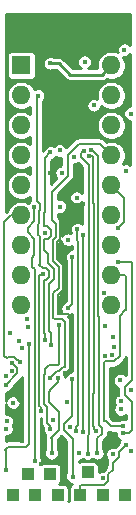
<source format=gbr>
G04 #@! TF.GenerationSoftware,KiCad,Pcbnew,5.1.5+dfsg1-2build2*
G04 #@! TF.CreationDate,2023-02-09T08:11:11+00:00*
G04 #@! TF.ProjectId,video-ram-replacement,76696465-6f2d-4726-916d-2d7265706c61,rev?*
G04 #@! TF.SameCoordinates,Original*
G04 #@! TF.FileFunction,Copper,L2,Inr*
G04 #@! TF.FilePolarity,Positive*
%FSLAX46Y46*%
G04 Gerber Fmt 4.6, Leading zero omitted, Abs format (unit mm)*
G04 Created by KiCad (PCBNEW 5.1.5+dfsg1-2build2) date 2023-02-09 08:11:11*
%MOMM*%
%LPD*%
G04 APERTURE LIST*
%ADD10R,1.000000X1.000000*%
%ADD11O,1.600000X1.600000*%
%ADD12R,1.600000X1.600000*%
%ADD13C,0.400000*%
%ADD14C,0.200000*%
%ADD15C,0.250000*%
%ADD16C,0.254000*%
G04 APERTURE END LIST*
D10*
X185166000Y-161163000D03*
X181991000Y-161290000D03*
X180721000Y-163068000D03*
X178816000Y-163068000D03*
X180086000Y-161290000D03*
X182626000Y-163068000D03*
X188341000Y-163068000D03*
X184531000Y-163068000D03*
X186436000Y-163068000D03*
D11*
X187176000Y-126732000D03*
X179556000Y-147052000D03*
X187176000Y-129272000D03*
X179556000Y-144512000D03*
X187176000Y-131812000D03*
X179556000Y-141972000D03*
X187176000Y-134352000D03*
X179556000Y-139432000D03*
X187176000Y-136892000D03*
X179556000Y-136892000D03*
X187176000Y-139432000D03*
X179556000Y-134352000D03*
X187176000Y-141972000D03*
X179556000Y-131812000D03*
X187176000Y-144512000D03*
X179556000Y-129272000D03*
X187176000Y-147052000D03*
D12*
X179556000Y-126732000D03*
D13*
X184912000Y-126431000D03*
X185688002Y-130110001D03*
X182979000Y-135813800D03*
X182245000Y-156718000D03*
X183388000Y-155270200D03*
X187336549Y-149744549D03*
X179367772Y-150056347D03*
X183885330Y-142911999D03*
X183482402Y-147308989D03*
X181229000Y-160477200D03*
X182803800Y-160477200D03*
X186791600Y-160477200D03*
X184912000Y-128331000D03*
X182894614Y-130028586D03*
X184759601Y-138455400D03*
X182019000Y-135813800D03*
X183289658Y-152766671D03*
X178725000Y-154432000D03*
X179625012Y-158496000D03*
X187725850Y-154598343D03*
X183668368Y-157356420D03*
X182753000Y-148709000D03*
X182019000Y-157556200D03*
X181188381Y-155969074D03*
X181406800Y-144399000D03*
X185434827Y-133859202D03*
X185978800Y-159577189D03*
X181991000Y-126558000D03*
X184191126Y-157650913D03*
X184302400Y-140597000D03*
X180675152Y-160246430D03*
X180670200Y-138734800D03*
X182829200Y-138684000D03*
X184404000Y-159577189D03*
X184785340Y-157734047D03*
X184759600Y-141097000D03*
X181559200Y-140893800D03*
X182803800Y-133934200D03*
X184835800Y-133967600D03*
X185168307Y-159593475D03*
X185877200Y-157657800D03*
X185293000Y-134442200D03*
X184048400Y-134467600D03*
X180175152Y-150360000D03*
X178225000Y-160990077D03*
X182644555Y-153215552D03*
X182118000Y-159577190D03*
X187291600Y-159639000D03*
X187235111Y-151218982D03*
X180975000Y-129286000D03*
X181575162Y-150021838D03*
X180092555Y-148850555D03*
X178725000Y-151910584D03*
X178225000Y-153810202D03*
X187368796Y-150578204D03*
X182094265Y-150396670D03*
X182008000Y-134097668D03*
X187776001Y-143383000D03*
X188160643Y-157888307D03*
X181991000Y-153162000D03*
X186640162Y-151296680D03*
X179470958Y-151869048D03*
X187776001Y-140471231D03*
X186574010Y-146013919D03*
X179578000Y-150622000D03*
X184234601Y-137930740D03*
X178725000Y-152570200D03*
X188404990Y-135636000D03*
X178225000Y-153035000D03*
X183515000Y-141498998D03*
X178625010Y-149352000D03*
X188805000Y-130810000D03*
X188160642Y-157288306D03*
X187904990Y-153403987D03*
X180018495Y-148217507D03*
X186628546Y-148778454D03*
X178861446Y-155275554D03*
X188805000Y-159385000D03*
X188290200Y-125399800D03*
X188805000Y-154178000D03*
X183885330Y-153266671D03*
X183896000Y-161544000D03*
X186436000Y-161671000D03*
X188404990Y-158859531D03*
X187983901Y-155857649D03*
X188004981Y-155129462D03*
X178308000Y-156845000D03*
X178275684Y-157498787D03*
D14*
X183885330Y-146906061D02*
X183482402Y-147308989D01*
X183885330Y-142911999D02*
X183885330Y-146906061D01*
D15*
X183214414Y-130028586D02*
X182894614Y-130028586D01*
X184912000Y-128331000D02*
X183214414Y-130028586D01*
D14*
X183653011Y-152403318D02*
X183289658Y-152766671D01*
X183653011Y-147966011D02*
X183653011Y-152403318D01*
X184759601Y-138455400D02*
X183870600Y-138455400D01*
X183870600Y-138455400D02*
X183329201Y-138996799D01*
X183329201Y-139336241D02*
X182859221Y-139806221D01*
X183329201Y-138996799D02*
X183329201Y-139336241D01*
X182859221Y-139806221D02*
X182859221Y-141465179D01*
X182859221Y-141465179D02*
X182604511Y-141719889D01*
X183106831Y-143661932D02*
X183106831Y-145753868D01*
X183495989Y-147808989D02*
X183653011Y-147966011D01*
X183106831Y-145753868D02*
X182675202Y-146185496D01*
X182604511Y-141719889D02*
X182604511Y-143159612D01*
X182604511Y-143159612D02*
X183106831Y-143661932D01*
X182675202Y-146185496D02*
X182675202Y-147750202D01*
X182675202Y-147750202D02*
X182733989Y-147808989D01*
X182733989Y-147808989D02*
X183495989Y-147808989D01*
X178924999Y-154631999D02*
X178725000Y-154432000D01*
X179570001Y-155277001D02*
X178924999Y-154631999D01*
X179570001Y-156240001D02*
X179570001Y-155277001D01*
X179570001Y-158440989D02*
X179625012Y-158496000D01*
X179570001Y-156240001D02*
X179570001Y-158440989D01*
X181744999Y-155677151D02*
X181744999Y-156972199D01*
X181744999Y-156972199D02*
X182019000Y-157246200D01*
X181475172Y-152957226D02*
X181475172Y-155407324D01*
X181567199Y-152865199D02*
X181475172Y-152957226D01*
X181567199Y-152413999D02*
X181567199Y-152865199D01*
X182019000Y-157246200D02*
X182019000Y-157556200D01*
X181475172Y-155407324D02*
X181744999Y-155677151D01*
X181880217Y-152100981D02*
X181567199Y-152413999D01*
X182753000Y-151997628D02*
X182649647Y-152100981D01*
X182649647Y-152100981D02*
X181880217Y-152100981D01*
X182753000Y-148709000D02*
X182753000Y-151997628D01*
X181188381Y-155686232D02*
X181075162Y-155573013D01*
X181188381Y-155969074D02*
X181188381Y-155686232D01*
X181075162Y-153210813D02*
X181075162Y-144449800D01*
X181356000Y-144449800D02*
X181406800Y-144399000D01*
X181075162Y-144449800D02*
X181356000Y-144449800D01*
X181075162Y-153210813D02*
X181075162Y-155575000D01*
X186074010Y-135324810D02*
X186059619Y-135310419D01*
X185558543Y-133859202D02*
X185434827Y-133859202D01*
X186074010Y-134374669D02*
X185558543Y-133859202D01*
X186074010Y-135324810D02*
X186074010Y-134374669D01*
X185978800Y-159635558D02*
X186004200Y-159660958D01*
X185978800Y-158296202D02*
X185978800Y-159635558D01*
X186377201Y-157417799D02*
X186377201Y-157897801D01*
X186117201Y-157157799D02*
X186377201Y-157417799D01*
X186117201Y-147991801D02*
X186117201Y-157157799D01*
X186074010Y-147948610D02*
X186117201Y-147991801D01*
X186377201Y-157897801D02*
X185978800Y-158296202D01*
X186074010Y-135324810D02*
X186074010Y-147948610D01*
D15*
X186376001Y-127531999D02*
X187176000Y-126732000D01*
X182716000Y-126558000D02*
X183689999Y-127531999D01*
X183689999Y-127531999D02*
X186376001Y-127531999D01*
X181991000Y-126558000D02*
X182716000Y-126558000D01*
D14*
X184385330Y-157173867D02*
X184191126Y-157368071D01*
X184385330Y-141655800D02*
X184385330Y-157173867D01*
X184259599Y-140639801D02*
X184259599Y-141530069D01*
X184191126Y-157368071D02*
X184191126Y-157650913D01*
X184259599Y-141530069D02*
X184385330Y-141655800D01*
X184302400Y-140597000D02*
X184259599Y-140639801D01*
X180675152Y-138739752D02*
X180670200Y-138734800D01*
X180675152Y-157884230D02*
X180675152Y-160246430D01*
X180670200Y-139945802D02*
X180084001Y-140532001D01*
X180670200Y-138734800D02*
X180670200Y-139945802D01*
X180084001Y-140532001D02*
X180084001Y-140871999D01*
X180656001Y-141443999D02*
X180656001Y-142812999D01*
X180084001Y-140871999D02*
X180656001Y-141443999D01*
X180675152Y-144003150D02*
X180675152Y-157884230D01*
X180467000Y-143794998D02*
X180675152Y-144003150D01*
X180467000Y-143002000D02*
X180467000Y-143794998D01*
X180656001Y-142812999D02*
X180467000Y-143002000D01*
X184785340Y-141122740D02*
X184759600Y-141097000D01*
X184785340Y-155371847D02*
X184785340Y-141122740D01*
X184785340Y-155371847D02*
X184785340Y-157734047D01*
X185168307Y-158091082D02*
X185168307Y-159593475D01*
X185285341Y-157974048D02*
X185168307Y-158091082D01*
X185285341Y-157494046D02*
X185285341Y-157974048D01*
X184635801Y-134525003D02*
X185259601Y-135148803D01*
X185259601Y-157468306D02*
X185285341Y-157494046D01*
X184635801Y-134167599D02*
X184635801Y-134525003D01*
X185259601Y-135148803D02*
X185259601Y-157468306D01*
X184835800Y-133967600D02*
X184635801Y-134167599D01*
X185750200Y-157530800D02*
X185877200Y-157657800D01*
X185685349Y-157530800D02*
X185750200Y-157530800D01*
X185685349Y-157328356D02*
X185685349Y-157530800D01*
X185659611Y-157302617D02*
X185685349Y-157328356D01*
X185659611Y-154446389D02*
X185659611Y-157302617D01*
X185674000Y-138404600D02*
X185674000Y-154432000D01*
X185674000Y-154432000D02*
X185659611Y-154446389D01*
X185659609Y-138390209D02*
X185674000Y-138404600D01*
X185659609Y-134525967D02*
X185659609Y-138390209D01*
X185575842Y-134442200D02*
X185659609Y-134525967D01*
X185293000Y-134442200D02*
X185575842Y-134442200D01*
X180175152Y-150360000D02*
X180175152Y-158787848D01*
X180175152Y-158787848D02*
X179959000Y-159004000D01*
X178435000Y-159004000D02*
X178181000Y-159258000D01*
X179959000Y-159004000D02*
X178435000Y-159004000D01*
X178225000Y-159302000D02*
X178225000Y-160990077D01*
X178181000Y-159258000D02*
X178225000Y-159302000D01*
X182118000Y-158286798D02*
X182118000Y-159577190D01*
X182745001Y-156111454D02*
X182745001Y-157570201D01*
X182073202Y-158242000D02*
X182118000Y-158286798D01*
X181875182Y-154420818D02*
X181875182Y-155241636D01*
X181964949Y-154331051D02*
X181875182Y-154420818D01*
X181964949Y-154178000D02*
X181964949Y-154331051D01*
X181875182Y-155241636D02*
X182745001Y-156111454D01*
X182644555Y-153498394D02*
X181964949Y-154178000D01*
X182745001Y-157570201D02*
X182073202Y-158242000D01*
X182644555Y-153215552D02*
X182644555Y-153498394D01*
X181575162Y-149451990D02*
X181475172Y-149352000D01*
X181475172Y-149352000D02*
X181475172Y-144899001D01*
X181906801Y-144158999D02*
X181638802Y-143891000D01*
X181906801Y-144639001D02*
X181906801Y-144158999D01*
X181646801Y-144899001D02*
X181906801Y-144639001D01*
X181475172Y-144899001D02*
X181646801Y-144899001D01*
X181356000Y-143891000D02*
X181075162Y-143610162D01*
X181638802Y-143891000D02*
X181356000Y-143891000D01*
X181075162Y-143610162D02*
X181102000Y-143583324D01*
X181102000Y-143583324D02*
X181102000Y-141478000D01*
X180975000Y-140206701D02*
X181070210Y-140111491D01*
X180975000Y-141049602D02*
X180975000Y-140206701D01*
X181102000Y-141176602D02*
X180975000Y-141049602D01*
X181102000Y-141478000D02*
X181102000Y-141176602D01*
X181170201Y-138494799D02*
X180851402Y-138176000D01*
X181170201Y-138974801D02*
X181170201Y-138494799D01*
X181070210Y-139074792D02*
X181170201Y-138974801D01*
X181070210Y-140111491D02*
X181070210Y-139074792D01*
X180851402Y-129409598D02*
X180975000Y-129286000D01*
X180851402Y-138176000D02*
X180851402Y-129409598D01*
X181575162Y-150021838D02*
X181575162Y-149451990D01*
X180086000Y-148857110D02*
X180092555Y-148850555D01*
X178805386Y-151910584D02*
X178725000Y-151910584D01*
X179225001Y-152330199D02*
X178805386Y-151910584D01*
X179225001Y-152810201D02*
X179225001Y-152330199D01*
X178225000Y-153810202D02*
X179225001Y-152810201D01*
X182094265Y-150396670D02*
X182094265Y-149405394D01*
X182094265Y-149405394D02*
X181875182Y-149186311D01*
X181875182Y-149186311D02*
X181975172Y-149286301D01*
X182306811Y-143993310D02*
X181804491Y-143490990D01*
X182306811Y-144804690D02*
X182306811Y-143993310D01*
X181875182Y-145236319D02*
X182306811Y-144804690D01*
X181875182Y-148571184D02*
X181875182Y-145236319D01*
X181804491Y-142688491D02*
X181502010Y-142386010D01*
X181804491Y-143490990D02*
X181804491Y-142688491D01*
X181502010Y-142386010D02*
X181502010Y-141393801D01*
X181799201Y-141393801D02*
X182059201Y-141133801D01*
X181502010Y-141393801D02*
X181799201Y-141393801D01*
X182059201Y-140653799D02*
X181740402Y-140335000D01*
X182059201Y-141133801D02*
X182059201Y-140653799D01*
X181740402Y-140335000D02*
X181483000Y-140335000D01*
X181483000Y-140208000D02*
X181470220Y-140195220D01*
X181483000Y-140335000D02*
X181483000Y-140208000D01*
X181570211Y-139140490D02*
X181570211Y-138329111D01*
X181470220Y-139240481D02*
X181570211Y-139140490D01*
X181470220Y-140195220D02*
X181470220Y-139240481D01*
X181518999Y-134586669D02*
X182008000Y-134097668D01*
X181518999Y-138277899D02*
X181518999Y-134586669D01*
X181570211Y-138329111D02*
X181518999Y-138277899D01*
X181875182Y-149186311D02*
X181875182Y-148590000D01*
X188904990Y-155242928D02*
X188904990Y-157634010D01*
X188304999Y-154642937D02*
X188904990Y-155242928D01*
X188904990Y-153338008D02*
X188304999Y-153937999D01*
X188904990Y-143438990D02*
X188904990Y-153338008D01*
X188849000Y-143383000D02*
X188904990Y-143438990D01*
X188304999Y-153937999D02*
X188304999Y-154642937D01*
X187776001Y-143383000D02*
X188849000Y-143383000D01*
X188650693Y-157888307D02*
X188160643Y-157888307D01*
X188904990Y-157634010D02*
X188650693Y-157888307D01*
X183049657Y-152266670D02*
X182753000Y-152563327D01*
X183253001Y-152237630D02*
X183223961Y-152266670D01*
X183253001Y-148468999D02*
X183253001Y-152237630D01*
X182993001Y-148208999D02*
X183253001Y-148468999D01*
X182275192Y-148112190D02*
X182372001Y-148208999D01*
X183223961Y-152266670D02*
X183049657Y-152266670D01*
X182275192Y-146019808D02*
X182275192Y-148112190D01*
X187176000Y-134344000D02*
X186191201Y-133359201D01*
X183479001Y-136053801D02*
X182118000Y-137414802D01*
X182118000Y-137414802D02*
X182118000Y-139827000D01*
X184416797Y-133359201D02*
X183479001Y-134296997D01*
X183479001Y-134296997D02*
X183479001Y-136053801D01*
X187176000Y-134352000D02*
X187176000Y-134344000D01*
X182118000Y-139827000D02*
X182459211Y-140168211D01*
X182706821Y-145588179D02*
X182275192Y-146019808D01*
X182459211Y-140168211D02*
X182459211Y-141299490D01*
X182204501Y-141554199D02*
X182204501Y-143325302D01*
X182372001Y-148208999D02*
X182993001Y-148208999D01*
X182459211Y-141299490D02*
X182204501Y-141554199D01*
X182204501Y-143325302D02*
X182706821Y-143827621D01*
X186191201Y-133359201D02*
X184416797Y-133359201D01*
X182706821Y-143827621D02*
X182706821Y-145588179D01*
X182589673Y-152563327D02*
X181991000Y-153162000D01*
X181991000Y-153162000D02*
X181991000Y-153289000D01*
X182753000Y-152563327D02*
X182589673Y-152563327D01*
X179225001Y-151670583D02*
X179226535Y-151669049D01*
X178384582Y-151511000D02*
X178484999Y-151410583D01*
X178308000Y-151511000D02*
X178384582Y-151511000D01*
X178125010Y-151328010D02*
X178308000Y-151511000D01*
X179226535Y-151669049D02*
X179270959Y-151669049D01*
X178965001Y-151410583D02*
X179225001Y-151670583D01*
X178125010Y-140009990D02*
X178125010Y-151328010D01*
X178484999Y-151410583D02*
X178965001Y-151410583D01*
X178703000Y-139432000D02*
X178125010Y-140009990D01*
X179270959Y-151669049D02*
X179470958Y-151869048D01*
X179556000Y-139432000D02*
X178703000Y-139432000D01*
X187975999Y-137691999D02*
X187176000Y-136892000D01*
X188276001Y-137992001D02*
X187975999Y-137691999D01*
X188276001Y-139971231D02*
X188276001Y-137992001D01*
X187776001Y-140471231D02*
X188276001Y-139971231D01*
X187133306Y-157288306D02*
X188160642Y-157288306D01*
X186658319Y-151796681D02*
X186517211Y-151937789D01*
X186690000Y-156845000D02*
X187133306Y-157288306D01*
X187868797Y-151325298D02*
X187397414Y-151796681D01*
X186517211Y-156845000D02*
X186690000Y-156845000D01*
X187868797Y-147919203D02*
X187868797Y-151325298D01*
X188404990Y-147451012D02*
X188336988Y-147451012D01*
X188404990Y-144609620D02*
X188404990Y-147451012D01*
X187397414Y-151796681D02*
X186658319Y-151796681D01*
X188336988Y-147451012D02*
X187868797Y-147919203D01*
X188307370Y-144512000D02*
X188404990Y-144609620D01*
X186517211Y-151937789D02*
X186517211Y-156845000D01*
X187176000Y-144512000D02*
X188307370Y-144512000D01*
X188004980Y-153303997D02*
X187904990Y-153403987D01*
X183888001Y-156396785D02*
X183168367Y-157116419D01*
X183888001Y-153552184D02*
X183888001Y-156396785D01*
X183885330Y-153549513D02*
X183888001Y-153552184D01*
X183885330Y-153266671D02*
X183885330Y-153549513D01*
X183168367Y-157596421D02*
X183896000Y-158324054D01*
X183168367Y-157116419D02*
X183168367Y-157596421D01*
X183896000Y-158324054D02*
X183896000Y-161544000D01*
X184531000Y-162368000D02*
X184531000Y-163068000D01*
X186579003Y-162267999D02*
X184631001Y-162267999D01*
X186936001Y-161361603D02*
X186936001Y-161911001D01*
X187291601Y-161006003D02*
X186936001Y-161361603D01*
X184631001Y-162267999D02*
X184531000Y-162368000D01*
X186936001Y-161911001D02*
X186579003Y-162267999D01*
X187291601Y-160379001D02*
X187291601Y-161006003D01*
X187791601Y-159879001D02*
X187291601Y-160379001D01*
X187791601Y-159472920D02*
X187791601Y-159879001D01*
X188404990Y-158859531D02*
X187791601Y-159472920D01*
D16*
G36*
X181218000Y-156946309D02*
G01*
X181215450Y-156972199D01*
X181225625Y-157075508D01*
X181255760Y-157174848D01*
X181304298Y-157265657D01*
X181304696Y-157266401D01*
X181370552Y-157346647D01*
X181390661Y-157363150D01*
X181413561Y-157386050D01*
X181392000Y-157494446D01*
X181392000Y-157617954D01*
X181416095Y-157739089D01*
X181463360Y-157853196D01*
X181531977Y-157955889D01*
X181594927Y-158018839D01*
X181583963Y-158039351D01*
X181553828Y-158138691D01*
X181543653Y-158242000D01*
X181553828Y-158345309D01*
X181583963Y-158444649D01*
X181591000Y-158457815D01*
X181591001Y-159237330D01*
X181562360Y-159280194D01*
X181515095Y-159394301D01*
X181491000Y-159515436D01*
X181491000Y-159638944D01*
X181515095Y-159760079D01*
X181562360Y-159874186D01*
X181630977Y-159976879D01*
X181718311Y-160064213D01*
X181821004Y-160132830D01*
X181935111Y-160180095D01*
X182056246Y-160204190D01*
X182179754Y-160204190D01*
X182300889Y-160180095D01*
X182414996Y-160132830D01*
X182517689Y-160064213D01*
X182605023Y-159976879D01*
X182673640Y-159874186D01*
X182720905Y-159760079D01*
X182745000Y-159638944D01*
X182745000Y-159515436D01*
X182720905Y-159394301D01*
X182673640Y-159280194D01*
X182645000Y-159237331D01*
X182645000Y-158415491D01*
X182943574Y-158116917D01*
X183369000Y-158542344D01*
X183369001Y-161204140D01*
X183340360Y-161247004D01*
X183293095Y-161361111D01*
X183269000Y-161482246D01*
X183269000Y-161605754D01*
X183293095Y-161726889D01*
X183340360Y-161840996D01*
X183408977Y-161943689D01*
X183496311Y-162031023D01*
X183599004Y-162099640D01*
X183713111Y-162146905D01*
X183834246Y-162171000D01*
X183868765Y-162171000D01*
X183866804Y-162171595D01*
X183792624Y-162211245D01*
X183727605Y-162264605D01*
X183674245Y-162329624D01*
X183634595Y-162403804D01*
X183610178Y-162484293D01*
X183601934Y-162568000D01*
X183601934Y-163568000D01*
X183608237Y-163632000D01*
X183548763Y-163632000D01*
X183555066Y-163568000D01*
X183555066Y-162568000D01*
X183546822Y-162484293D01*
X183522405Y-162403804D01*
X183482755Y-162329624D01*
X183429395Y-162264605D01*
X183364376Y-162211245D01*
X183290196Y-162171595D01*
X183209707Y-162147178D01*
X183126000Y-162138934D01*
X182738906Y-162138934D01*
X182794395Y-162093395D01*
X182847755Y-162028376D01*
X182887405Y-161954196D01*
X182911822Y-161873707D01*
X182920066Y-161790000D01*
X182920066Y-160790000D01*
X182911822Y-160706293D01*
X182887405Y-160625804D01*
X182847755Y-160551624D01*
X182794395Y-160486605D01*
X182729376Y-160433245D01*
X182655196Y-160393595D01*
X182574707Y-160369178D01*
X182491000Y-160360934D01*
X181491000Y-160360934D01*
X181407293Y-160369178D01*
X181326804Y-160393595D01*
X181280209Y-160418501D01*
X181302152Y-160308184D01*
X181302152Y-160184676D01*
X181278057Y-160063541D01*
X181230792Y-159949434D01*
X181202152Y-159906571D01*
X181202152Y-156596074D01*
X181218000Y-156596074D01*
X181218000Y-156946309D01*
G37*
X181218000Y-156946309D02*
X181215450Y-156972199D01*
X181225625Y-157075508D01*
X181255760Y-157174848D01*
X181304298Y-157265657D01*
X181304696Y-157266401D01*
X181370552Y-157346647D01*
X181390661Y-157363150D01*
X181413561Y-157386050D01*
X181392000Y-157494446D01*
X181392000Y-157617954D01*
X181416095Y-157739089D01*
X181463360Y-157853196D01*
X181531977Y-157955889D01*
X181594927Y-158018839D01*
X181583963Y-158039351D01*
X181553828Y-158138691D01*
X181543653Y-158242000D01*
X181553828Y-158345309D01*
X181583963Y-158444649D01*
X181591000Y-158457815D01*
X181591001Y-159237330D01*
X181562360Y-159280194D01*
X181515095Y-159394301D01*
X181491000Y-159515436D01*
X181491000Y-159638944D01*
X181515095Y-159760079D01*
X181562360Y-159874186D01*
X181630977Y-159976879D01*
X181718311Y-160064213D01*
X181821004Y-160132830D01*
X181935111Y-160180095D01*
X182056246Y-160204190D01*
X182179754Y-160204190D01*
X182300889Y-160180095D01*
X182414996Y-160132830D01*
X182517689Y-160064213D01*
X182605023Y-159976879D01*
X182673640Y-159874186D01*
X182720905Y-159760079D01*
X182745000Y-159638944D01*
X182745000Y-159515436D01*
X182720905Y-159394301D01*
X182673640Y-159280194D01*
X182645000Y-159237331D01*
X182645000Y-158415491D01*
X182943574Y-158116917D01*
X183369000Y-158542344D01*
X183369001Y-161204140D01*
X183340360Y-161247004D01*
X183293095Y-161361111D01*
X183269000Y-161482246D01*
X183269000Y-161605754D01*
X183293095Y-161726889D01*
X183340360Y-161840996D01*
X183408977Y-161943689D01*
X183496311Y-162031023D01*
X183599004Y-162099640D01*
X183713111Y-162146905D01*
X183834246Y-162171000D01*
X183868765Y-162171000D01*
X183866804Y-162171595D01*
X183792624Y-162211245D01*
X183727605Y-162264605D01*
X183674245Y-162329624D01*
X183634595Y-162403804D01*
X183610178Y-162484293D01*
X183601934Y-162568000D01*
X183601934Y-163568000D01*
X183608237Y-163632000D01*
X183548763Y-163632000D01*
X183555066Y-163568000D01*
X183555066Y-162568000D01*
X183546822Y-162484293D01*
X183522405Y-162403804D01*
X183482755Y-162329624D01*
X183429395Y-162264605D01*
X183364376Y-162211245D01*
X183290196Y-162171595D01*
X183209707Y-162147178D01*
X183126000Y-162138934D01*
X182738906Y-162138934D01*
X182794395Y-162093395D01*
X182847755Y-162028376D01*
X182887405Y-161954196D01*
X182911822Y-161873707D01*
X182920066Y-161790000D01*
X182920066Y-160790000D01*
X182911822Y-160706293D01*
X182887405Y-160625804D01*
X182847755Y-160551624D01*
X182794395Y-160486605D01*
X182729376Y-160433245D01*
X182655196Y-160393595D01*
X182574707Y-160369178D01*
X182491000Y-160360934D01*
X181491000Y-160360934D01*
X181407293Y-160369178D01*
X181326804Y-160393595D01*
X181280209Y-160418501D01*
X181302152Y-160308184D01*
X181302152Y-160184676D01*
X181278057Y-160063541D01*
X181230792Y-159949434D01*
X181202152Y-159906571D01*
X181202152Y-156596074D01*
X181218000Y-156596074D01*
X181218000Y-156946309D01*
G36*
X186930656Y-157777545D02*
G01*
X187029996Y-157807680D01*
X187107425Y-157815306D01*
X187107427Y-157815306D01*
X187133305Y-157817855D01*
X187159183Y-157815306D01*
X187535880Y-157815306D01*
X187533643Y-157826553D01*
X187533643Y-157950061D01*
X187557738Y-158071196D01*
X187605003Y-158185303D01*
X187673620Y-158287996D01*
X187760954Y-158375330D01*
X187863647Y-158443947D01*
X187914510Y-158465015D01*
X187849350Y-158562535D01*
X187802085Y-158676642D01*
X187792028Y-158727204D01*
X187480604Y-159038628D01*
X187474489Y-159036095D01*
X187353354Y-159012000D01*
X187229846Y-159012000D01*
X187108711Y-159036095D01*
X186994604Y-159083360D01*
X186891911Y-159151977D01*
X186804577Y-159239311D01*
X186735960Y-159342004D01*
X186688695Y-159456111D01*
X186664600Y-159577246D01*
X186664600Y-159700754D01*
X186688695Y-159821889D01*
X186735960Y-159935996D01*
X186804577Y-160038689D01*
X186851085Y-160085197D01*
X186804045Y-160173203D01*
X186802362Y-160176352D01*
X186772227Y-160275692D01*
X186762052Y-160379001D01*
X186764601Y-160404882D01*
X186764601Y-160787713D01*
X186581667Y-160970648D01*
X186561553Y-160987155D01*
X186512495Y-161046932D01*
X186497754Y-161044000D01*
X186374246Y-161044000D01*
X186253111Y-161068095D01*
X186139004Y-161115360D01*
X186095066Y-161144718D01*
X186095066Y-160663000D01*
X186086822Y-160579293D01*
X186062405Y-160498804D01*
X186022755Y-160424624D01*
X185969395Y-160359605D01*
X185904376Y-160306245D01*
X185830196Y-160266595D01*
X185749707Y-160242178D01*
X185666000Y-160233934D01*
X184666000Y-160233934D01*
X184582293Y-160242178D01*
X184501804Y-160266595D01*
X184427624Y-160306245D01*
X184423000Y-160310040D01*
X184423000Y-160204189D01*
X184465754Y-160204189D01*
X184586889Y-160180094D01*
X184700996Y-160132829D01*
X184773967Y-160084072D01*
X184871311Y-160149115D01*
X184985418Y-160196380D01*
X185106553Y-160220475D01*
X185230061Y-160220475D01*
X185351196Y-160196380D01*
X185465303Y-160149115D01*
X185567996Y-160080498D01*
X185582211Y-160066283D01*
X185681804Y-160132829D01*
X185795911Y-160180094D01*
X185917046Y-160204189D01*
X186040554Y-160204189D01*
X186161689Y-160180094D01*
X186275796Y-160132829D01*
X186378489Y-160064212D01*
X186465823Y-159976878D01*
X186534440Y-159874185D01*
X186581705Y-159760078D01*
X186605800Y-159638943D01*
X186605800Y-159515435D01*
X186581705Y-159394300D01*
X186534440Y-159280193D01*
X186505800Y-159237330D01*
X186505800Y-158514491D01*
X186731540Y-158288752D01*
X186751649Y-158272249D01*
X186817505Y-158192003D01*
X186866440Y-158100451D01*
X186896575Y-158001111D01*
X186899668Y-157969709D01*
X186906750Y-157897802D01*
X186904201Y-157871921D01*
X186904201Y-157763405D01*
X186930656Y-157777545D01*
G37*
X186930656Y-157777545D02*
X187029996Y-157807680D01*
X187107425Y-157815306D01*
X187107427Y-157815306D01*
X187133305Y-157817855D01*
X187159183Y-157815306D01*
X187535880Y-157815306D01*
X187533643Y-157826553D01*
X187533643Y-157950061D01*
X187557738Y-158071196D01*
X187605003Y-158185303D01*
X187673620Y-158287996D01*
X187760954Y-158375330D01*
X187863647Y-158443947D01*
X187914510Y-158465015D01*
X187849350Y-158562535D01*
X187802085Y-158676642D01*
X187792028Y-158727204D01*
X187480604Y-159038628D01*
X187474489Y-159036095D01*
X187353354Y-159012000D01*
X187229846Y-159012000D01*
X187108711Y-159036095D01*
X186994604Y-159083360D01*
X186891911Y-159151977D01*
X186804577Y-159239311D01*
X186735960Y-159342004D01*
X186688695Y-159456111D01*
X186664600Y-159577246D01*
X186664600Y-159700754D01*
X186688695Y-159821889D01*
X186735960Y-159935996D01*
X186804577Y-160038689D01*
X186851085Y-160085197D01*
X186804045Y-160173203D01*
X186802362Y-160176352D01*
X186772227Y-160275692D01*
X186762052Y-160379001D01*
X186764601Y-160404882D01*
X186764601Y-160787713D01*
X186581667Y-160970648D01*
X186561553Y-160987155D01*
X186512495Y-161046932D01*
X186497754Y-161044000D01*
X186374246Y-161044000D01*
X186253111Y-161068095D01*
X186139004Y-161115360D01*
X186095066Y-161144718D01*
X186095066Y-160663000D01*
X186086822Y-160579293D01*
X186062405Y-160498804D01*
X186022755Y-160424624D01*
X185969395Y-160359605D01*
X185904376Y-160306245D01*
X185830196Y-160266595D01*
X185749707Y-160242178D01*
X185666000Y-160233934D01*
X184666000Y-160233934D01*
X184582293Y-160242178D01*
X184501804Y-160266595D01*
X184427624Y-160306245D01*
X184423000Y-160310040D01*
X184423000Y-160204189D01*
X184465754Y-160204189D01*
X184586889Y-160180094D01*
X184700996Y-160132829D01*
X184773967Y-160084072D01*
X184871311Y-160149115D01*
X184985418Y-160196380D01*
X185106553Y-160220475D01*
X185230061Y-160220475D01*
X185351196Y-160196380D01*
X185465303Y-160149115D01*
X185567996Y-160080498D01*
X185582211Y-160066283D01*
X185681804Y-160132829D01*
X185795911Y-160180094D01*
X185917046Y-160204189D01*
X186040554Y-160204189D01*
X186161689Y-160180094D01*
X186275796Y-160132829D01*
X186378489Y-160064212D01*
X186465823Y-159976878D01*
X186534440Y-159874185D01*
X186581705Y-159760078D01*
X186605800Y-159638943D01*
X186605800Y-159515435D01*
X186581705Y-159394300D01*
X186534440Y-159280193D01*
X186505800Y-159237330D01*
X186505800Y-158514491D01*
X186731540Y-158288752D01*
X186751649Y-158272249D01*
X186817505Y-158192003D01*
X186866440Y-158100451D01*
X186896575Y-158001111D01*
X186899668Y-157969709D01*
X186906750Y-157897802D01*
X186904201Y-157871921D01*
X186904201Y-157763405D01*
X186930656Y-157777545D01*
G36*
X179648153Y-158477000D02*
G01*
X178460880Y-158477000D01*
X178434999Y-158474451D01*
X178358078Y-158482027D01*
X178331690Y-158484626D01*
X178252000Y-158508800D01*
X178252000Y-158125787D01*
X178337438Y-158125787D01*
X178458573Y-158101692D01*
X178572680Y-158054427D01*
X178675373Y-157985810D01*
X178762707Y-157898476D01*
X178831324Y-157795783D01*
X178878589Y-157681676D01*
X178902684Y-157560541D01*
X178902684Y-157437033D01*
X178878589Y-157315898D01*
X178831324Y-157201791D01*
X178827505Y-157196076D01*
X178863640Y-157141996D01*
X178910905Y-157027889D01*
X178935000Y-156906754D01*
X178935000Y-156783246D01*
X178910905Y-156662111D01*
X178863640Y-156548004D01*
X178795023Y-156445311D01*
X178707689Y-156357977D01*
X178604996Y-156289360D01*
X178490889Y-156242095D01*
X178369754Y-156218000D01*
X178252000Y-156218000D01*
X178252000Y-155425559D01*
X178258541Y-155458443D01*
X178305806Y-155572550D01*
X178374423Y-155675243D01*
X178461757Y-155762577D01*
X178564450Y-155831194D01*
X178678557Y-155878459D01*
X178799692Y-155902554D01*
X178923200Y-155902554D01*
X179044335Y-155878459D01*
X179158442Y-155831194D01*
X179261135Y-155762577D01*
X179348469Y-155675243D01*
X179417086Y-155572550D01*
X179464351Y-155458443D01*
X179488446Y-155337308D01*
X179488446Y-155213800D01*
X179464351Y-155092665D01*
X179417086Y-154978558D01*
X179348469Y-154875865D01*
X179261135Y-154788531D01*
X179158442Y-154719914D01*
X179044335Y-154672649D01*
X178923200Y-154648554D01*
X178799692Y-154648554D01*
X178678557Y-154672649D01*
X178564450Y-154719914D01*
X178461757Y-154788531D01*
X178374423Y-154875865D01*
X178305806Y-154978558D01*
X178258541Y-155092665D01*
X178252000Y-155125549D01*
X178252000Y-154437202D01*
X178286754Y-154437202D01*
X178407889Y-154413107D01*
X178521996Y-154365842D01*
X178624689Y-154297225D01*
X178712023Y-154209891D01*
X178780640Y-154107198D01*
X178827905Y-153993091D01*
X178837962Y-153942529D01*
X179579340Y-153201152D01*
X179599449Y-153184649D01*
X179648152Y-153125304D01*
X179648153Y-158477000D01*
G37*
X179648153Y-158477000D02*
X178460880Y-158477000D01*
X178434999Y-158474451D01*
X178358078Y-158482027D01*
X178331690Y-158484626D01*
X178252000Y-158508800D01*
X178252000Y-158125787D01*
X178337438Y-158125787D01*
X178458573Y-158101692D01*
X178572680Y-158054427D01*
X178675373Y-157985810D01*
X178762707Y-157898476D01*
X178831324Y-157795783D01*
X178878589Y-157681676D01*
X178902684Y-157560541D01*
X178902684Y-157437033D01*
X178878589Y-157315898D01*
X178831324Y-157201791D01*
X178827505Y-157196076D01*
X178863640Y-157141996D01*
X178910905Y-157027889D01*
X178935000Y-156906754D01*
X178935000Y-156783246D01*
X178910905Y-156662111D01*
X178863640Y-156548004D01*
X178795023Y-156445311D01*
X178707689Y-156357977D01*
X178604996Y-156289360D01*
X178490889Y-156242095D01*
X178369754Y-156218000D01*
X178252000Y-156218000D01*
X178252000Y-155425559D01*
X178258541Y-155458443D01*
X178305806Y-155572550D01*
X178374423Y-155675243D01*
X178461757Y-155762577D01*
X178564450Y-155831194D01*
X178678557Y-155878459D01*
X178799692Y-155902554D01*
X178923200Y-155902554D01*
X179044335Y-155878459D01*
X179158442Y-155831194D01*
X179261135Y-155762577D01*
X179348469Y-155675243D01*
X179417086Y-155572550D01*
X179464351Y-155458443D01*
X179488446Y-155337308D01*
X179488446Y-155213800D01*
X179464351Y-155092665D01*
X179417086Y-154978558D01*
X179348469Y-154875865D01*
X179261135Y-154788531D01*
X179158442Y-154719914D01*
X179044335Y-154672649D01*
X178923200Y-154648554D01*
X178799692Y-154648554D01*
X178678557Y-154672649D01*
X178564450Y-154719914D01*
X178461757Y-154788531D01*
X178374423Y-154875865D01*
X178305806Y-154978558D01*
X178258541Y-155092665D01*
X178252000Y-155125549D01*
X178252000Y-154437202D01*
X178286754Y-154437202D01*
X178407889Y-154413107D01*
X178521996Y-154365842D01*
X178624689Y-154297225D01*
X178712023Y-154209891D01*
X178780640Y-154107198D01*
X178827905Y-153993091D01*
X178837962Y-153942529D01*
X179579340Y-153201152D01*
X179599449Y-153184649D01*
X179648152Y-153125304D01*
X179648153Y-158477000D01*
G36*
X188377991Y-152928371D02*
G01*
X188299181Y-152863694D01*
X188207628Y-152814758D01*
X188108289Y-152784623D01*
X188004979Y-152774448D01*
X187970869Y-152777808D01*
X187966744Y-152776987D01*
X187843236Y-152776987D01*
X187722101Y-152801082D01*
X187607994Y-152848347D01*
X187505301Y-152916964D01*
X187417967Y-153004298D01*
X187349350Y-153106991D01*
X187302085Y-153221098D01*
X187277990Y-153342233D01*
X187277990Y-153465741D01*
X187302085Y-153586876D01*
X187349350Y-153700983D01*
X187417967Y-153803676D01*
X187505301Y-153891010D01*
X187607994Y-153959627D01*
X187722101Y-154006892D01*
X187777999Y-154018011D01*
X187777999Y-154544821D01*
X187707985Y-154573822D01*
X187605292Y-154642439D01*
X187517958Y-154729773D01*
X187449341Y-154832466D01*
X187402076Y-154946573D01*
X187377981Y-155067708D01*
X187377981Y-155191216D01*
X187402076Y-155312351D01*
X187449341Y-155426458D01*
X187483634Y-155477781D01*
X187428261Y-155560653D01*
X187380996Y-155674760D01*
X187356901Y-155795895D01*
X187356901Y-155919403D01*
X187380996Y-156040538D01*
X187428261Y-156154645D01*
X187496878Y-156257338D01*
X187584212Y-156344672D01*
X187686905Y-156413289D01*
X187801012Y-156460554D01*
X187922147Y-156484649D01*
X188045655Y-156484649D01*
X188166790Y-156460554D01*
X188280897Y-156413289D01*
X188377990Y-156348413D01*
X188377991Y-156699675D01*
X188343531Y-156685401D01*
X188222396Y-156661306D01*
X188098888Y-156661306D01*
X187977753Y-156685401D01*
X187863646Y-156732666D01*
X187820783Y-156761306D01*
X187351596Y-156761306D01*
X187080955Y-156490666D01*
X187064448Y-156470552D01*
X187044211Y-156453944D01*
X187044211Y-152323681D01*
X187371533Y-152323681D01*
X187397414Y-152326230D01*
X187423295Y-152323681D01*
X187500724Y-152316055D01*
X187600064Y-152285920D01*
X187691616Y-152236985D01*
X187771862Y-152171129D01*
X187788369Y-152151015D01*
X188223136Y-151716249D01*
X188243245Y-151699746D01*
X188309101Y-151619500D01*
X188358036Y-151527948D01*
X188377991Y-151462167D01*
X188377991Y-152928371D01*
G37*
X188377991Y-152928371D02*
X188299181Y-152863694D01*
X188207628Y-152814758D01*
X188108289Y-152784623D01*
X188004979Y-152774448D01*
X187970869Y-152777808D01*
X187966744Y-152776987D01*
X187843236Y-152776987D01*
X187722101Y-152801082D01*
X187607994Y-152848347D01*
X187505301Y-152916964D01*
X187417967Y-153004298D01*
X187349350Y-153106991D01*
X187302085Y-153221098D01*
X187277990Y-153342233D01*
X187277990Y-153465741D01*
X187302085Y-153586876D01*
X187349350Y-153700983D01*
X187417967Y-153803676D01*
X187505301Y-153891010D01*
X187607994Y-153959627D01*
X187722101Y-154006892D01*
X187777999Y-154018011D01*
X187777999Y-154544821D01*
X187707985Y-154573822D01*
X187605292Y-154642439D01*
X187517958Y-154729773D01*
X187449341Y-154832466D01*
X187402076Y-154946573D01*
X187377981Y-155067708D01*
X187377981Y-155191216D01*
X187402076Y-155312351D01*
X187449341Y-155426458D01*
X187483634Y-155477781D01*
X187428261Y-155560653D01*
X187380996Y-155674760D01*
X187356901Y-155795895D01*
X187356901Y-155919403D01*
X187380996Y-156040538D01*
X187428261Y-156154645D01*
X187496878Y-156257338D01*
X187584212Y-156344672D01*
X187686905Y-156413289D01*
X187801012Y-156460554D01*
X187922147Y-156484649D01*
X188045655Y-156484649D01*
X188166790Y-156460554D01*
X188280897Y-156413289D01*
X188377990Y-156348413D01*
X188377991Y-156699675D01*
X188343531Y-156685401D01*
X188222396Y-156661306D01*
X188098888Y-156661306D01*
X187977753Y-156685401D01*
X187863646Y-156732666D01*
X187820783Y-156761306D01*
X187351596Y-156761306D01*
X187080955Y-156490666D01*
X187064448Y-156470552D01*
X187044211Y-156453944D01*
X187044211Y-152323681D01*
X187371533Y-152323681D01*
X187397414Y-152326230D01*
X187423295Y-152323681D01*
X187500724Y-152316055D01*
X187600064Y-152285920D01*
X187691616Y-152236985D01*
X187771862Y-152171129D01*
X187788369Y-152151015D01*
X188223136Y-151716249D01*
X188243245Y-151699746D01*
X188309101Y-151619500D01*
X188358036Y-151527948D01*
X188377991Y-151462167D01*
X188377991Y-152928371D01*
G36*
X183858331Y-152639671D02*
G01*
X183823576Y-152639671D01*
X183702441Y-152663766D01*
X183588334Y-152711031D01*
X183485641Y-152779648D01*
X183398307Y-152866982D01*
X183329690Y-152969675D01*
X183282425Y-153083782D01*
X183270027Y-153146114D01*
X183247460Y-153032663D01*
X183200195Y-152918556D01*
X183177310Y-152884306D01*
X183269924Y-152791692D01*
X183327271Y-152786044D01*
X183426611Y-152755909D01*
X183518163Y-152706974D01*
X183598409Y-152641118D01*
X183611499Y-152625168D01*
X183627449Y-152612078D01*
X183693305Y-152531832D01*
X183742240Y-152440280D01*
X183772375Y-152340940D01*
X183780001Y-152263511D01*
X183782550Y-152237630D01*
X183780001Y-152211749D01*
X183780001Y-148494880D01*
X183782550Y-148468999D01*
X183772375Y-148365689D01*
X183770500Y-148359507D01*
X183742240Y-148266349D01*
X183693305Y-148174797D01*
X183627449Y-148094551D01*
X183607339Y-148078048D01*
X183465280Y-147935989D01*
X183544156Y-147935989D01*
X183665291Y-147911894D01*
X183779398Y-147864629D01*
X183858330Y-147811888D01*
X183858331Y-152639671D01*
G37*
X183858331Y-152639671D02*
X183823576Y-152639671D01*
X183702441Y-152663766D01*
X183588334Y-152711031D01*
X183485641Y-152779648D01*
X183398307Y-152866982D01*
X183329690Y-152969675D01*
X183282425Y-153083782D01*
X183270027Y-153146114D01*
X183247460Y-153032663D01*
X183200195Y-152918556D01*
X183177310Y-152884306D01*
X183269924Y-152791692D01*
X183327271Y-152786044D01*
X183426611Y-152755909D01*
X183518163Y-152706974D01*
X183598409Y-152641118D01*
X183611499Y-152625168D01*
X183627449Y-152612078D01*
X183693305Y-152531832D01*
X183742240Y-152440280D01*
X183772375Y-152340940D01*
X183780001Y-152263511D01*
X183782550Y-152237630D01*
X183780001Y-152211749D01*
X183780001Y-148494880D01*
X183782550Y-148468999D01*
X183772375Y-148365689D01*
X183770500Y-148359507D01*
X183742240Y-148266349D01*
X183693305Y-148174797D01*
X183627449Y-148094551D01*
X183607339Y-148078048D01*
X183465280Y-147935989D01*
X183544156Y-147935989D01*
X183665291Y-147911894D01*
X183779398Y-147864629D01*
X183858330Y-147811888D01*
X183858331Y-152639671D01*
G36*
X182912095Y-141681887D02*
G01*
X182959360Y-141795994D01*
X183027977Y-141898687D01*
X183115311Y-141986021D01*
X183218004Y-142054638D01*
X183332111Y-142101903D01*
X183453246Y-142125998D01*
X183576754Y-142125998D01*
X183697889Y-142101903D01*
X183811996Y-142054638D01*
X183858330Y-142023679D01*
X183858330Y-142284999D01*
X183823576Y-142284999D01*
X183702441Y-142309094D01*
X183588334Y-142356359D01*
X183485641Y-142424976D01*
X183398307Y-142512310D01*
X183329690Y-142615003D01*
X183282425Y-142729110D01*
X183258330Y-142850245D01*
X183258330Y-142973753D01*
X183282425Y-143094888D01*
X183329690Y-143208995D01*
X183358330Y-143251858D01*
X183358331Y-146687770D01*
X183350075Y-146696027D01*
X183299513Y-146706084D01*
X183185406Y-146753349D01*
X183082713Y-146821966D01*
X182995379Y-146909300D01*
X182926762Y-147011993D01*
X182879497Y-147126100D01*
X182855402Y-147247235D01*
X182855402Y-147370743D01*
X182879497Y-147491878D01*
X182926762Y-147605985D01*
X182976909Y-147681035D01*
X182967120Y-147681999D01*
X182802192Y-147681999D01*
X182802192Y-146238098D01*
X183061165Y-145979126D01*
X183081269Y-145962627D01*
X183147125Y-145882381D01*
X183196060Y-145790829D01*
X183226195Y-145691489D01*
X183233821Y-145614060D01*
X183236370Y-145588179D01*
X183233821Y-145562298D01*
X183233821Y-143853501D01*
X183236370Y-143827620D01*
X183226195Y-143724310D01*
X183196060Y-143624971D01*
X183192795Y-143618862D01*
X183147125Y-143533419D01*
X183081269Y-143453173D01*
X183061165Y-143436674D01*
X182731501Y-143107011D01*
X182731501Y-141772489D01*
X182813549Y-141690442D01*
X182833659Y-141673938D01*
X182895520Y-141598560D01*
X182912095Y-141681887D01*
G37*
X182912095Y-141681887D02*
X182959360Y-141795994D01*
X183027977Y-141898687D01*
X183115311Y-141986021D01*
X183218004Y-142054638D01*
X183332111Y-142101903D01*
X183453246Y-142125998D01*
X183576754Y-142125998D01*
X183697889Y-142101903D01*
X183811996Y-142054638D01*
X183858330Y-142023679D01*
X183858330Y-142284999D01*
X183823576Y-142284999D01*
X183702441Y-142309094D01*
X183588334Y-142356359D01*
X183485641Y-142424976D01*
X183398307Y-142512310D01*
X183329690Y-142615003D01*
X183282425Y-142729110D01*
X183258330Y-142850245D01*
X183258330Y-142973753D01*
X183282425Y-143094888D01*
X183329690Y-143208995D01*
X183358330Y-143251858D01*
X183358331Y-146687770D01*
X183350075Y-146696027D01*
X183299513Y-146706084D01*
X183185406Y-146753349D01*
X183082713Y-146821966D01*
X182995379Y-146909300D01*
X182926762Y-147011993D01*
X182879497Y-147126100D01*
X182855402Y-147247235D01*
X182855402Y-147370743D01*
X182879497Y-147491878D01*
X182926762Y-147605985D01*
X182976909Y-147681035D01*
X182967120Y-147681999D01*
X182802192Y-147681999D01*
X182802192Y-146238098D01*
X183061165Y-145979126D01*
X183081269Y-145962627D01*
X183147125Y-145882381D01*
X183196060Y-145790829D01*
X183226195Y-145691489D01*
X183233821Y-145614060D01*
X183236370Y-145588179D01*
X183233821Y-145562298D01*
X183233821Y-143853501D01*
X183236370Y-143827620D01*
X183226195Y-143724310D01*
X183196060Y-143624971D01*
X183192795Y-143618862D01*
X183147125Y-143533419D01*
X183081269Y-143453173D01*
X183061165Y-143436674D01*
X182731501Y-143107011D01*
X182731501Y-141772489D01*
X182813549Y-141690442D01*
X182833659Y-141673938D01*
X182895520Y-141598560D01*
X182912095Y-141681887D01*
G36*
X184732601Y-135367093D02*
G01*
X184732601Y-137547479D01*
X184721624Y-137531051D01*
X184634290Y-137443717D01*
X184531597Y-137375100D01*
X184417490Y-137327835D01*
X184296355Y-137303740D01*
X184172847Y-137303740D01*
X184051712Y-137327835D01*
X183937605Y-137375100D01*
X183834912Y-137443717D01*
X183747578Y-137531051D01*
X183678961Y-137633744D01*
X183631696Y-137747851D01*
X183607601Y-137868986D01*
X183607601Y-137992494D01*
X183631696Y-138113629D01*
X183678961Y-138227736D01*
X183747578Y-138330429D01*
X183834912Y-138417763D01*
X183937605Y-138486380D01*
X184051712Y-138533645D01*
X184172847Y-138557740D01*
X184296355Y-138557740D01*
X184417490Y-138533645D01*
X184531597Y-138486380D01*
X184634290Y-138417763D01*
X184721624Y-138330429D01*
X184732601Y-138314000D01*
X184732601Y-140140489D01*
X184702089Y-140109977D01*
X184599396Y-140041360D01*
X184485289Y-139994095D01*
X184364154Y-139970000D01*
X184240646Y-139970000D01*
X184119511Y-139994095D01*
X184005404Y-140041360D01*
X183902711Y-140109977D01*
X183815377Y-140197311D01*
X183746760Y-140300004D01*
X183699495Y-140414111D01*
X183675400Y-140535246D01*
X183675400Y-140658754D01*
X183699495Y-140779889D01*
X183732599Y-140859809D01*
X183732599Y-140910470D01*
X183697889Y-140896093D01*
X183576754Y-140871998D01*
X183453246Y-140871998D01*
X183332111Y-140896093D01*
X183218004Y-140943358D01*
X183115311Y-141011975D01*
X183027977Y-141099309D01*
X182986211Y-141161816D01*
X182986211Y-140194091D01*
X182988760Y-140168210D01*
X182978585Y-140064901D01*
X182948450Y-139965561D01*
X182929608Y-139930310D01*
X182899515Y-139874009D01*
X182833659Y-139793763D01*
X182813545Y-139777256D01*
X182645000Y-139608711D01*
X182645000Y-139286362D01*
X182646311Y-139286905D01*
X182767446Y-139311000D01*
X182890954Y-139311000D01*
X183012089Y-139286905D01*
X183126196Y-139239640D01*
X183228889Y-139171023D01*
X183316223Y-139083689D01*
X183384840Y-138980996D01*
X183432105Y-138866889D01*
X183456200Y-138745754D01*
X183456200Y-138622246D01*
X183432105Y-138501111D01*
X183384840Y-138387004D01*
X183316223Y-138284311D01*
X183228889Y-138196977D01*
X183126196Y-138128360D01*
X183012089Y-138081095D01*
X182890954Y-138057000D01*
X182767446Y-138057000D01*
X182646311Y-138081095D01*
X182645000Y-138081638D01*
X182645000Y-137633091D01*
X183833340Y-136444752D01*
X183853449Y-136428249D01*
X183919305Y-136348003D01*
X183968240Y-136256451D01*
X183998375Y-136157111D01*
X184006001Y-136079682D01*
X184008550Y-136053802D01*
X184006001Y-136027921D01*
X184006001Y-135094600D01*
X184110154Y-135094600D01*
X184231289Y-135070505D01*
X184345396Y-135023240D01*
X184371384Y-135005875D01*
X184732601Y-135367093D01*
G37*
X184732601Y-135367093D02*
X184732601Y-137547479D01*
X184721624Y-137531051D01*
X184634290Y-137443717D01*
X184531597Y-137375100D01*
X184417490Y-137327835D01*
X184296355Y-137303740D01*
X184172847Y-137303740D01*
X184051712Y-137327835D01*
X183937605Y-137375100D01*
X183834912Y-137443717D01*
X183747578Y-137531051D01*
X183678961Y-137633744D01*
X183631696Y-137747851D01*
X183607601Y-137868986D01*
X183607601Y-137992494D01*
X183631696Y-138113629D01*
X183678961Y-138227736D01*
X183747578Y-138330429D01*
X183834912Y-138417763D01*
X183937605Y-138486380D01*
X184051712Y-138533645D01*
X184172847Y-138557740D01*
X184296355Y-138557740D01*
X184417490Y-138533645D01*
X184531597Y-138486380D01*
X184634290Y-138417763D01*
X184721624Y-138330429D01*
X184732601Y-138314000D01*
X184732601Y-140140489D01*
X184702089Y-140109977D01*
X184599396Y-140041360D01*
X184485289Y-139994095D01*
X184364154Y-139970000D01*
X184240646Y-139970000D01*
X184119511Y-139994095D01*
X184005404Y-140041360D01*
X183902711Y-140109977D01*
X183815377Y-140197311D01*
X183746760Y-140300004D01*
X183699495Y-140414111D01*
X183675400Y-140535246D01*
X183675400Y-140658754D01*
X183699495Y-140779889D01*
X183732599Y-140859809D01*
X183732599Y-140910470D01*
X183697889Y-140896093D01*
X183576754Y-140871998D01*
X183453246Y-140871998D01*
X183332111Y-140896093D01*
X183218004Y-140943358D01*
X183115311Y-141011975D01*
X183027977Y-141099309D01*
X182986211Y-141161816D01*
X182986211Y-140194091D01*
X182988760Y-140168210D01*
X182978585Y-140064901D01*
X182948450Y-139965561D01*
X182929608Y-139930310D01*
X182899515Y-139874009D01*
X182833659Y-139793763D01*
X182813545Y-139777256D01*
X182645000Y-139608711D01*
X182645000Y-139286362D01*
X182646311Y-139286905D01*
X182767446Y-139311000D01*
X182890954Y-139311000D01*
X183012089Y-139286905D01*
X183126196Y-139239640D01*
X183228889Y-139171023D01*
X183316223Y-139083689D01*
X183384840Y-138980996D01*
X183432105Y-138866889D01*
X183456200Y-138745754D01*
X183456200Y-138622246D01*
X183432105Y-138501111D01*
X183384840Y-138387004D01*
X183316223Y-138284311D01*
X183228889Y-138196977D01*
X183126196Y-138128360D01*
X183012089Y-138081095D01*
X182890954Y-138057000D01*
X182767446Y-138057000D01*
X182646311Y-138081095D01*
X182645000Y-138081638D01*
X182645000Y-137633091D01*
X183833340Y-136444752D01*
X183853449Y-136428249D01*
X183919305Y-136348003D01*
X183968240Y-136256451D01*
X183998375Y-136157111D01*
X184006001Y-136079682D01*
X184008550Y-136053802D01*
X184006001Y-136027921D01*
X184006001Y-135094600D01*
X184110154Y-135094600D01*
X184231289Y-135070505D01*
X184345396Y-135023240D01*
X184371384Y-135005875D01*
X184732601Y-135367093D01*
G36*
X188778001Y-125001275D02*
G01*
X188777223Y-125000111D01*
X188689889Y-124912777D01*
X188587196Y-124844160D01*
X188473089Y-124796895D01*
X188351954Y-124772800D01*
X188228446Y-124772800D01*
X188107311Y-124796895D01*
X187993204Y-124844160D01*
X187890511Y-124912777D01*
X187803177Y-125000111D01*
X187734560Y-125102804D01*
X187687295Y-125216911D01*
X187663200Y-125338046D01*
X187663200Y-125461554D01*
X187687295Y-125582689D01*
X187703796Y-125622525D01*
X187533903Y-125552153D01*
X187296849Y-125505000D01*
X187055151Y-125505000D01*
X186818097Y-125552153D01*
X186594798Y-125644647D01*
X186393833Y-125778927D01*
X186222927Y-125949833D01*
X186088647Y-126150798D01*
X185996153Y-126374097D01*
X185949000Y-126611151D01*
X185949000Y-126852849D01*
X185974292Y-126979999D01*
X185218935Y-126979999D01*
X185311689Y-126918023D01*
X185399023Y-126830689D01*
X185467640Y-126727996D01*
X185514905Y-126613889D01*
X185539000Y-126492754D01*
X185539000Y-126369246D01*
X185514905Y-126248111D01*
X185467640Y-126134004D01*
X185399023Y-126031311D01*
X185311689Y-125943977D01*
X185208996Y-125875360D01*
X185094889Y-125828095D01*
X184973754Y-125804000D01*
X184850246Y-125804000D01*
X184729111Y-125828095D01*
X184615004Y-125875360D01*
X184512311Y-125943977D01*
X184424977Y-126031311D01*
X184356360Y-126134004D01*
X184309095Y-126248111D01*
X184285000Y-126369246D01*
X184285000Y-126492754D01*
X184309095Y-126613889D01*
X184356360Y-126727996D01*
X184424977Y-126830689D01*
X184512311Y-126918023D01*
X184605065Y-126979999D01*
X183918645Y-126979999D01*
X183125500Y-126186856D01*
X183108211Y-126165789D01*
X183024158Y-126096809D01*
X182928263Y-126045552D01*
X182824211Y-126013988D01*
X182743109Y-126006000D01*
X182743106Y-126006000D01*
X182716000Y-126003330D01*
X182688894Y-126006000D01*
X182293444Y-126006000D01*
X182287996Y-126002360D01*
X182173889Y-125955095D01*
X182052754Y-125931000D01*
X181929246Y-125931000D01*
X181808111Y-125955095D01*
X181694004Y-126002360D01*
X181591311Y-126070977D01*
X181503977Y-126158311D01*
X181435360Y-126261004D01*
X181388095Y-126375111D01*
X181364000Y-126496246D01*
X181364000Y-126619754D01*
X181388095Y-126740889D01*
X181435360Y-126854996D01*
X181503977Y-126957689D01*
X181591311Y-127045023D01*
X181694004Y-127113640D01*
X181808111Y-127160905D01*
X181929246Y-127185000D01*
X182052754Y-127185000D01*
X182173889Y-127160905D01*
X182287996Y-127113640D01*
X182293444Y-127110000D01*
X182487356Y-127110000D01*
X183280507Y-127903153D01*
X183297788Y-127924210D01*
X183318844Y-127941490D01*
X183318845Y-127941491D01*
X183381841Y-127993190D01*
X183477736Y-128044447D01*
X183581788Y-128076011D01*
X183689999Y-128086669D01*
X183717107Y-128083999D01*
X186348895Y-128083999D01*
X186376001Y-128086669D01*
X186403107Y-128083999D01*
X186403110Y-128083999D01*
X186484212Y-128076011D01*
X186588264Y-128044447D01*
X186684159Y-127993190D01*
X186768212Y-127924210D01*
X186785501Y-127903143D01*
X186788894Y-127899750D01*
X186818097Y-127911847D01*
X187055151Y-127959000D01*
X187296849Y-127959000D01*
X187533903Y-127911847D01*
X187757202Y-127819353D01*
X187958167Y-127685073D01*
X188129073Y-127514167D01*
X188263353Y-127313202D01*
X188355847Y-127089903D01*
X188403000Y-126852849D01*
X188403000Y-126611151D01*
X188355847Y-126374097D01*
X188263353Y-126150798D01*
X188173151Y-126015801D01*
X188228446Y-126026800D01*
X188351954Y-126026800D01*
X188473089Y-126002705D01*
X188587196Y-125955440D01*
X188689889Y-125886823D01*
X188777223Y-125799489D01*
X188778001Y-125798325D01*
X188778001Y-130183000D01*
X188743246Y-130183000D01*
X188622111Y-130207095D01*
X188508004Y-130254360D01*
X188405311Y-130322977D01*
X188317977Y-130410311D01*
X188249360Y-130513004D01*
X188202095Y-130627111D01*
X188178000Y-130748246D01*
X188178000Y-130871754D01*
X188202095Y-130992889D01*
X188249360Y-131106996D01*
X188317977Y-131209689D01*
X188405311Y-131297023D01*
X188508004Y-131365640D01*
X188622111Y-131412905D01*
X188743246Y-131437000D01*
X188778001Y-131437000D01*
X188778001Y-135131151D01*
X188701986Y-135080360D01*
X188587879Y-135033095D01*
X188466744Y-135009000D01*
X188343236Y-135009000D01*
X188222101Y-135033095D01*
X188186851Y-135047696D01*
X188263353Y-134933202D01*
X188355847Y-134709903D01*
X188403000Y-134472849D01*
X188403000Y-134231151D01*
X188355847Y-133994097D01*
X188263353Y-133770798D01*
X188129073Y-133569833D01*
X187958167Y-133398927D01*
X187757202Y-133264647D01*
X187533903Y-133172153D01*
X187296849Y-133125000D01*
X187055151Y-133125000D01*
X186818097Y-133172153D01*
X186769551Y-133192262D01*
X186582156Y-133004867D01*
X186565649Y-132984753D01*
X186485403Y-132918897D01*
X186393851Y-132869962D01*
X186294511Y-132839827D01*
X186217082Y-132832201D01*
X186191201Y-132829652D01*
X186165320Y-132832201D01*
X184442678Y-132832201D01*
X184416797Y-132829652D01*
X184390916Y-132832201D01*
X184313487Y-132839827D01*
X184214147Y-132869962D01*
X184122595Y-132918897D01*
X184042349Y-132984753D01*
X184025850Y-133004857D01*
X183369417Y-133661291D01*
X183359440Y-133637204D01*
X183290823Y-133534511D01*
X183203489Y-133447177D01*
X183100796Y-133378560D01*
X182986689Y-133331295D01*
X182865554Y-133307200D01*
X182742046Y-133307200D01*
X182620911Y-133331295D01*
X182506804Y-133378560D01*
X182404111Y-133447177D01*
X182316777Y-133534511D01*
X182309668Y-133545150D01*
X182304996Y-133542028D01*
X182190889Y-133494763D01*
X182069754Y-133470668D01*
X181946246Y-133470668D01*
X181825111Y-133494763D01*
X181711004Y-133542028D01*
X181608311Y-133610645D01*
X181520977Y-133697979D01*
X181452360Y-133800672D01*
X181405095Y-133914779D01*
X181395038Y-133965340D01*
X181378402Y-133981976D01*
X181378402Y-131691151D01*
X185949000Y-131691151D01*
X185949000Y-131932849D01*
X185996153Y-132169903D01*
X186088647Y-132393202D01*
X186222927Y-132594167D01*
X186393833Y-132765073D01*
X186594798Y-132899353D01*
X186818097Y-132991847D01*
X187055151Y-133039000D01*
X187296849Y-133039000D01*
X187533903Y-132991847D01*
X187757202Y-132899353D01*
X187958167Y-132765073D01*
X188129073Y-132594167D01*
X188263353Y-132393202D01*
X188355847Y-132169903D01*
X188403000Y-131932849D01*
X188403000Y-131691151D01*
X188355847Y-131454097D01*
X188263353Y-131230798D01*
X188129073Y-131029833D01*
X187958167Y-130858927D01*
X187757202Y-130724647D01*
X187533903Y-130632153D01*
X187296849Y-130585000D01*
X187055151Y-130585000D01*
X186818097Y-130632153D01*
X186594798Y-130724647D01*
X186393833Y-130858927D01*
X186222927Y-131029833D01*
X186088647Y-131230798D01*
X185996153Y-131454097D01*
X185949000Y-131691151D01*
X181378402Y-131691151D01*
X181378402Y-130048247D01*
X185061002Y-130048247D01*
X185061002Y-130171755D01*
X185085097Y-130292890D01*
X185132362Y-130406997D01*
X185200979Y-130509690D01*
X185288313Y-130597024D01*
X185391006Y-130665641D01*
X185505113Y-130712906D01*
X185626248Y-130737001D01*
X185749756Y-130737001D01*
X185870891Y-130712906D01*
X185984998Y-130665641D01*
X186087691Y-130597024D01*
X186175025Y-130509690D01*
X186243642Y-130406997D01*
X186290907Y-130292890D01*
X186315002Y-130171755D01*
X186315002Y-130146242D01*
X186393833Y-130225073D01*
X186594798Y-130359353D01*
X186818097Y-130451847D01*
X187055151Y-130499000D01*
X187296849Y-130499000D01*
X187533903Y-130451847D01*
X187757202Y-130359353D01*
X187958167Y-130225073D01*
X188129073Y-130054167D01*
X188263353Y-129853202D01*
X188355847Y-129629903D01*
X188403000Y-129392849D01*
X188403000Y-129151151D01*
X188355847Y-128914097D01*
X188263353Y-128690798D01*
X188129073Y-128489833D01*
X187958167Y-128318927D01*
X187757202Y-128184647D01*
X187533903Y-128092153D01*
X187296849Y-128045000D01*
X187055151Y-128045000D01*
X186818097Y-128092153D01*
X186594798Y-128184647D01*
X186393833Y-128318927D01*
X186222927Y-128489833D01*
X186088647Y-128690798D01*
X185996153Y-128914097D01*
X185949000Y-129151151D01*
X185949000Y-129392849D01*
X185980779Y-129552613D01*
X185870891Y-129507096D01*
X185749756Y-129483001D01*
X185626248Y-129483001D01*
X185505113Y-129507096D01*
X185391006Y-129554361D01*
X185288313Y-129622978D01*
X185200979Y-129710312D01*
X185132362Y-129813005D01*
X185085097Y-129927112D01*
X185061002Y-130048247D01*
X181378402Y-130048247D01*
X181378402Y-129769310D01*
X181462023Y-129685689D01*
X181530640Y-129582996D01*
X181577905Y-129468889D01*
X181602000Y-129347754D01*
X181602000Y-129224246D01*
X181577905Y-129103111D01*
X181530640Y-128989004D01*
X181462023Y-128886311D01*
X181374689Y-128798977D01*
X181271996Y-128730360D01*
X181157889Y-128683095D01*
X181036754Y-128659000D01*
X180913246Y-128659000D01*
X180792111Y-128683095D01*
X180678004Y-128730360D01*
X180663699Y-128739918D01*
X180643353Y-128690798D01*
X180509073Y-128489833D01*
X180338167Y-128318927D01*
X180137202Y-128184647D01*
X179913903Y-128092153D01*
X179676849Y-128045000D01*
X179435151Y-128045000D01*
X179198097Y-128092153D01*
X178974798Y-128184647D01*
X178773833Y-128318927D01*
X178602927Y-128489833D01*
X178468647Y-128690798D01*
X178376153Y-128914097D01*
X178329000Y-129151151D01*
X178329000Y-129392849D01*
X178376153Y-129629903D01*
X178468647Y-129853202D01*
X178602927Y-130054167D01*
X178773833Y-130225073D01*
X178974798Y-130359353D01*
X179198097Y-130451847D01*
X179435151Y-130499000D01*
X179676849Y-130499000D01*
X179913903Y-130451847D01*
X180137202Y-130359353D01*
X180324403Y-130234270D01*
X180324403Y-130849730D01*
X180137202Y-130724647D01*
X179913903Y-130632153D01*
X179676849Y-130585000D01*
X179435151Y-130585000D01*
X179198097Y-130632153D01*
X178974798Y-130724647D01*
X178773833Y-130858927D01*
X178602927Y-131029833D01*
X178468647Y-131230798D01*
X178376153Y-131454097D01*
X178329000Y-131691151D01*
X178329000Y-131932849D01*
X178376153Y-132169903D01*
X178468647Y-132393202D01*
X178602927Y-132594167D01*
X178773833Y-132765073D01*
X178974798Y-132899353D01*
X179198097Y-132991847D01*
X179435151Y-133039000D01*
X179676849Y-133039000D01*
X179913903Y-132991847D01*
X180137202Y-132899353D01*
X180324403Y-132774270D01*
X180324403Y-133389730D01*
X180137202Y-133264647D01*
X179913903Y-133172153D01*
X179676849Y-133125000D01*
X179435151Y-133125000D01*
X179198097Y-133172153D01*
X178974798Y-133264647D01*
X178773833Y-133398927D01*
X178602927Y-133569833D01*
X178468647Y-133770798D01*
X178376153Y-133994097D01*
X178329000Y-134231151D01*
X178329000Y-134472849D01*
X178376153Y-134709903D01*
X178468647Y-134933202D01*
X178602927Y-135134167D01*
X178773833Y-135305073D01*
X178974798Y-135439353D01*
X179198097Y-135531847D01*
X179435151Y-135579000D01*
X179676849Y-135579000D01*
X179913903Y-135531847D01*
X180137202Y-135439353D01*
X180324402Y-135314270D01*
X180324402Y-135929730D01*
X180137202Y-135804647D01*
X179913903Y-135712153D01*
X179676849Y-135665000D01*
X179435151Y-135665000D01*
X179198097Y-135712153D01*
X178974798Y-135804647D01*
X178773833Y-135938927D01*
X178602927Y-136109833D01*
X178468647Y-136310798D01*
X178376153Y-136534097D01*
X178329000Y-136771151D01*
X178329000Y-137012849D01*
X178376153Y-137249903D01*
X178468647Y-137473202D01*
X178602927Y-137674167D01*
X178773833Y-137845073D01*
X178974798Y-137979353D01*
X179198097Y-138071847D01*
X179435151Y-138119000D01*
X179676849Y-138119000D01*
X179913903Y-138071847D01*
X180137202Y-137979353D01*
X180324402Y-137854270D01*
X180324402Y-138150119D01*
X180321853Y-138176000D01*
X180324402Y-138201880D01*
X180325316Y-138211158D01*
X180270511Y-138247777D01*
X180183177Y-138335111D01*
X180164581Y-138362941D01*
X180137202Y-138344647D01*
X179913903Y-138252153D01*
X179676849Y-138205000D01*
X179435151Y-138205000D01*
X179198097Y-138252153D01*
X178974798Y-138344647D01*
X178773833Y-138478927D01*
X178602927Y-138649833D01*
X178468647Y-138850798D01*
X178410708Y-138990675D01*
X178408798Y-138991696D01*
X178328552Y-139057552D01*
X178312049Y-139077661D01*
X178252000Y-139137710D01*
X178252000Y-125932000D01*
X178326934Y-125932000D01*
X178326934Y-127532000D01*
X178335178Y-127615707D01*
X178359595Y-127696196D01*
X178399245Y-127770376D01*
X178452605Y-127835395D01*
X178517624Y-127888755D01*
X178591804Y-127928405D01*
X178672293Y-127952822D01*
X178756000Y-127961066D01*
X180356000Y-127961066D01*
X180439707Y-127952822D01*
X180520196Y-127928405D01*
X180594376Y-127888755D01*
X180659395Y-127835395D01*
X180712755Y-127770376D01*
X180752405Y-127696196D01*
X180776822Y-127615707D01*
X180785066Y-127532000D01*
X180785066Y-125932000D01*
X180776822Y-125848293D01*
X180752405Y-125767804D01*
X180712755Y-125693624D01*
X180659395Y-125628605D01*
X180594376Y-125575245D01*
X180520196Y-125535595D01*
X180439707Y-125511178D01*
X180356000Y-125502934D01*
X178756000Y-125502934D01*
X178672293Y-125511178D01*
X178591804Y-125535595D01*
X178517624Y-125575245D01*
X178452605Y-125628605D01*
X178399245Y-125693624D01*
X178359595Y-125767804D01*
X178335178Y-125848293D01*
X178326934Y-125932000D01*
X178252000Y-125932000D01*
X178252000Y-122372000D01*
X188778001Y-122372000D01*
X188778001Y-125001275D01*
G37*
X188778001Y-125001275D02*
X188777223Y-125000111D01*
X188689889Y-124912777D01*
X188587196Y-124844160D01*
X188473089Y-124796895D01*
X188351954Y-124772800D01*
X188228446Y-124772800D01*
X188107311Y-124796895D01*
X187993204Y-124844160D01*
X187890511Y-124912777D01*
X187803177Y-125000111D01*
X187734560Y-125102804D01*
X187687295Y-125216911D01*
X187663200Y-125338046D01*
X187663200Y-125461554D01*
X187687295Y-125582689D01*
X187703796Y-125622525D01*
X187533903Y-125552153D01*
X187296849Y-125505000D01*
X187055151Y-125505000D01*
X186818097Y-125552153D01*
X186594798Y-125644647D01*
X186393833Y-125778927D01*
X186222927Y-125949833D01*
X186088647Y-126150798D01*
X185996153Y-126374097D01*
X185949000Y-126611151D01*
X185949000Y-126852849D01*
X185974292Y-126979999D01*
X185218935Y-126979999D01*
X185311689Y-126918023D01*
X185399023Y-126830689D01*
X185467640Y-126727996D01*
X185514905Y-126613889D01*
X185539000Y-126492754D01*
X185539000Y-126369246D01*
X185514905Y-126248111D01*
X185467640Y-126134004D01*
X185399023Y-126031311D01*
X185311689Y-125943977D01*
X185208996Y-125875360D01*
X185094889Y-125828095D01*
X184973754Y-125804000D01*
X184850246Y-125804000D01*
X184729111Y-125828095D01*
X184615004Y-125875360D01*
X184512311Y-125943977D01*
X184424977Y-126031311D01*
X184356360Y-126134004D01*
X184309095Y-126248111D01*
X184285000Y-126369246D01*
X184285000Y-126492754D01*
X184309095Y-126613889D01*
X184356360Y-126727996D01*
X184424977Y-126830689D01*
X184512311Y-126918023D01*
X184605065Y-126979999D01*
X183918645Y-126979999D01*
X183125500Y-126186856D01*
X183108211Y-126165789D01*
X183024158Y-126096809D01*
X182928263Y-126045552D01*
X182824211Y-126013988D01*
X182743109Y-126006000D01*
X182743106Y-126006000D01*
X182716000Y-126003330D01*
X182688894Y-126006000D01*
X182293444Y-126006000D01*
X182287996Y-126002360D01*
X182173889Y-125955095D01*
X182052754Y-125931000D01*
X181929246Y-125931000D01*
X181808111Y-125955095D01*
X181694004Y-126002360D01*
X181591311Y-126070977D01*
X181503977Y-126158311D01*
X181435360Y-126261004D01*
X181388095Y-126375111D01*
X181364000Y-126496246D01*
X181364000Y-126619754D01*
X181388095Y-126740889D01*
X181435360Y-126854996D01*
X181503977Y-126957689D01*
X181591311Y-127045023D01*
X181694004Y-127113640D01*
X181808111Y-127160905D01*
X181929246Y-127185000D01*
X182052754Y-127185000D01*
X182173889Y-127160905D01*
X182287996Y-127113640D01*
X182293444Y-127110000D01*
X182487356Y-127110000D01*
X183280507Y-127903153D01*
X183297788Y-127924210D01*
X183318844Y-127941490D01*
X183318845Y-127941491D01*
X183381841Y-127993190D01*
X183477736Y-128044447D01*
X183581788Y-128076011D01*
X183689999Y-128086669D01*
X183717107Y-128083999D01*
X186348895Y-128083999D01*
X186376001Y-128086669D01*
X186403107Y-128083999D01*
X186403110Y-128083999D01*
X186484212Y-128076011D01*
X186588264Y-128044447D01*
X186684159Y-127993190D01*
X186768212Y-127924210D01*
X186785501Y-127903143D01*
X186788894Y-127899750D01*
X186818097Y-127911847D01*
X187055151Y-127959000D01*
X187296849Y-127959000D01*
X187533903Y-127911847D01*
X187757202Y-127819353D01*
X187958167Y-127685073D01*
X188129073Y-127514167D01*
X188263353Y-127313202D01*
X188355847Y-127089903D01*
X188403000Y-126852849D01*
X188403000Y-126611151D01*
X188355847Y-126374097D01*
X188263353Y-126150798D01*
X188173151Y-126015801D01*
X188228446Y-126026800D01*
X188351954Y-126026800D01*
X188473089Y-126002705D01*
X188587196Y-125955440D01*
X188689889Y-125886823D01*
X188777223Y-125799489D01*
X188778001Y-125798325D01*
X188778001Y-130183000D01*
X188743246Y-130183000D01*
X188622111Y-130207095D01*
X188508004Y-130254360D01*
X188405311Y-130322977D01*
X188317977Y-130410311D01*
X188249360Y-130513004D01*
X188202095Y-130627111D01*
X188178000Y-130748246D01*
X188178000Y-130871754D01*
X188202095Y-130992889D01*
X188249360Y-131106996D01*
X188317977Y-131209689D01*
X188405311Y-131297023D01*
X188508004Y-131365640D01*
X188622111Y-131412905D01*
X188743246Y-131437000D01*
X188778001Y-131437000D01*
X188778001Y-135131151D01*
X188701986Y-135080360D01*
X188587879Y-135033095D01*
X188466744Y-135009000D01*
X188343236Y-135009000D01*
X188222101Y-135033095D01*
X188186851Y-135047696D01*
X188263353Y-134933202D01*
X188355847Y-134709903D01*
X188403000Y-134472849D01*
X188403000Y-134231151D01*
X188355847Y-133994097D01*
X188263353Y-133770798D01*
X188129073Y-133569833D01*
X187958167Y-133398927D01*
X187757202Y-133264647D01*
X187533903Y-133172153D01*
X187296849Y-133125000D01*
X187055151Y-133125000D01*
X186818097Y-133172153D01*
X186769551Y-133192262D01*
X186582156Y-133004867D01*
X186565649Y-132984753D01*
X186485403Y-132918897D01*
X186393851Y-132869962D01*
X186294511Y-132839827D01*
X186217082Y-132832201D01*
X186191201Y-132829652D01*
X186165320Y-132832201D01*
X184442678Y-132832201D01*
X184416797Y-132829652D01*
X184390916Y-132832201D01*
X184313487Y-132839827D01*
X184214147Y-132869962D01*
X184122595Y-132918897D01*
X184042349Y-132984753D01*
X184025850Y-133004857D01*
X183369417Y-133661291D01*
X183359440Y-133637204D01*
X183290823Y-133534511D01*
X183203489Y-133447177D01*
X183100796Y-133378560D01*
X182986689Y-133331295D01*
X182865554Y-133307200D01*
X182742046Y-133307200D01*
X182620911Y-133331295D01*
X182506804Y-133378560D01*
X182404111Y-133447177D01*
X182316777Y-133534511D01*
X182309668Y-133545150D01*
X182304996Y-133542028D01*
X182190889Y-133494763D01*
X182069754Y-133470668D01*
X181946246Y-133470668D01*
X181825111Y-133494763D01*
X181711004Y-133542028D01*
X181608311Y-133610645D01*
X181520977Y-133697979D01*
X181452360Y-133800672D01*
X181405095Y-133914779D01*
X181395038Y-133965340D01*
X181378402Y-133981976D01*
X181378402Y-131691151D01*
X185949000Y-131691151D01*
X185949000Y-131932849D01*
X185996153Y-132169903D01*
X186088647Y-132393202D01*
X186222927Y-132594167D01*
X186393833Y-132765073D01*
X186594798Y-132899353D01*
X186818097Y-132991847D01*
X187055151Y-133039000D01*
X187296849Y-133039000D01*
X187533903Y-132991847D01*
X187757202Y-132899353D01*
X187958167Y-132765073D01*
X188129073Y-132594167D01*
X188263353Y-132393202D01*
X188355847Y-132169903D01*
X188403000Y-131932849D01*
X188403000Y-131691151D01*
X188355847Y-131454097D01*
X188263353Y-131230798D01*
X188129073Y-131029833D01*
X187958167Y-130858927D01*
X187757202Y-130724647D01*
X187533903Y-130632153D01*
X187296849Y-130585000D01*
X187055151Y-130585000D01*
X186818097Y-130632153D01*
X186594798Y-130724647D01*
X186393833Y-130858927D01*
X186222927Y-131029833D01*
X186088647Y-131230798D01*
X185996153Y-131454097D01*
X185949000Y-131691151D01*
X181378402Y-131691151D01*
X181378402Y-130048247D01*
X185061002Y-130048247D01*
X185061002Y-130171755D01*
X185085097Y-130292890D01*
X185132362Y-130406997D01*
X185200979Y-130509690D01*
X185288313Y-130597024D01*
X185391006Y-130665641D01*
X185505113Y-130712906D01*
X185626248Y-130737001D01*
X185749756Y-130737001D01*
X185870891Y-130712906D01*
X185984998Y-130665641D01*
X186087691Y-130597024D01*
X186175025Y-130509690D01*
X186243642Y-130406997D01*
X186290907Y-130292890D01*
X186315002Y-130171755D01*
X186315002Y-130146242D01*
X186393833Y-130225073D01*
X186594798Y-130359353D01*
X186818097Y-130451847D01*
X187055151Y-130499000D01*
X187296849Y-130499000D01*
X187533903Y-130451847D01*
X187757202Y-130359353D01*
X187958167Y-130225073D01*
X188129073Y-130054167D01*
X188263353Y-129853202D01*
X188355847Y-129629903D01*
X188403000Y-129392849D01*
X188403000Y-129151151D01*
X188355847Y-128914097D01*
X188263353Y-128690798D01*
X188129073Y-128489833D01*
X187958167Y-128318927D01*
X187757202Y-128184647D01*
X187533903Y-128092153D01*
X187296849Y-128045000D01*
X187055151Y-128045000D01*
X186818097Y-128092153D01*
X186594798Y-128184647D01*
X186393833Y-128318927D01*
X186222927Y-128489833D01*
X186088647Y-128690798D01*
X185996153Y-128914097D01*
X185949000Y-129151151D01*
X185949000Y-129392849D01*
X185980779Y-129552613D01*
X185870891Y-129507096D01*
X185749756Y-129483001D01*
X185626248Y-129483001D01*
X185505113Y-129507096D01*
X185391006Y-129554361D01*
X185288313Y-129622978D01*
X185200979Y-129710312D01*
X185132362Y-129813005D01*
X185085097Y-129927112D01*
X185061002Y-130048247D01*
X181378402Y-130048247D01*
X181378402Y-129769310D01*
X181462023Y-129685689D01*
X181530640Y-129582996D01*
X181577905Y-129468889D01*
X181602000Y-129347754D01*
X181602000Y-129224246D01*
X181577905Y-129103111D01*
X181530640Y-128989004D01*
X181462023Y-128886311D01*
X181374689Y-128798977D01*
X181271996Y-128730360D01*
X181157889Y-128683095D01*
X181036754Y-128659000D01*
X180913246Y-128659000D01*
X180792111Y-128683095D01*
X180678004Y-128730360D01*
X180663699Y-128739918D01*
X180643353Y-128690798D01*
X180509073Y-128489833D01*
X180338167Y-128318927D01*
X180137202Y-128184647D01*
X179913903Y-128092153D01*
X179676849Y-128045000D01*
X179435151Y-128045000D01*
X179198097Y-128092153D01*
X178974798Y-128184647D01*
X178773833Y-128318927D01*
X178602927Y-128489833D01*
X178468647Y-128690798D01*
X178376153Y-128914097D01*
X178329000Y-129151151D01*
X178329000Y-129392849D01*
X178376153Y-129629903D01*
X178468647Y-129853202D01*
X178602927Y-130054167D01*
X178773833Y-130225073D01*
X178974798Y-130359353D01*
X179198097Y-130451847D01*
X179435151Y-130499000D01*
X179676849Y-130499000D01*
X179913903Y-130451847D01*
X180137202Y-130359353D01*
X180324403Y-130234270D01*
X180324403Y-130849730D01*
X180137202Y-130724647D01*
X179913903Y-130632153D01*
X179676849Y-130585000D01*
X179435151Y-130585000D01*
X179198097Y-130632153D01*
X178974798Y-130724647D01*
X178773833Y-130858927D01*
X178602927Y-131029833D01*
X178468647Y-131230798D01*
X178376153Y-131454097D01*
X178329000Y-131691151D01*
X178329000Y-131932849D01*
X178376153Y-132169903D01*
X178468647Y-132393202D01*
X178602927Y-132594167D01*
X178773833Y-132765073D01*
X178974798Y-132899353D01*
X179198097Y-132991847D01*
X179435151Y-133039000D01*
X179676849Y-133039000D01*
X179913903Y-132991847D01*
X180137202Y-132899353D01*
X180324403Y-132774270D01*
X180324403Y-133389730D01*
X180137202Y-133264647D01*
X179913903Y-133172153D01*
X179676849Y-133125000D01*
X179435151Y-133125000D01*
X179198097Y-133172153D01*
X178974798Y-133264647D01*
X178773833Y-133398927D01*
X178602927Y-133569833D01*
X178468647Y-133770798D01*
X178376153Y-133994097D01*
X178329000Y-134231151D01*
X178329000Y-134472849D01*
X178376153Y-134709903D01*
X178468647Y-134933202D01*
X178602927Y-135134167D01*
X178773833Y-135305073D01*
X178974798Y-135439353D01*
X179198097Y-135531847D01*
X179435151Y-135579000D01*
X179676849Y-135579000D01*
X179913903Y-135531847D01*
X180137202Y-135439353D01*
X180324402Y-135314270D01*
X180324402Y-135929730D01*
X180137202Y-135804647D01*
X179913903Y-135712153D01*
X179676849Y-135665000D01*
X179435151Y-135665000D01*
X179198097Y-135712153D01*
X178974798Y-135804647D01*
X178773833Y-135938927D01*
X178602927Y-136109833D01*
X178468647Y-136310798D01*
X178376153Y-136534097D01*
X178329000Y-136771151D01*
X178329000Y-137012849D01*
X178376153Y-137249903D01*
X178468647Y-137473202D01*
X178602927Y-137674167D01*
X178773833Y-137845073D01*
X178974798Y-137979353D01*
X179198097Y-138071847D01*
X179435151Y-138119000D01*
X179676849Y-138119000D01*
X179913903Y-138071847D01*
X180137202Y-137979353D01*
X180324402Y-137854270D01*
X180324402Y-138150119D01*
X180321853Y-138176000D01*
X180324402Y-138201880D01*
X180325316Y-138211158D01*
X180270511Y-138247777D01*
X180183177Y-138335111D01*
X180164581Y-138362941D01*
X180137202Y-138344647D01*
X179913903Y-138252153D01*
X179676849Y-138205000D01*
X179435151Y-138205000D01*
X179198097Y-138252153D01*
X178974798Y-138344647D01*
X178773833Y-138478927D01*
X178602927Y-138649833D01*
X178468647Y-138850798D01*
X178410708Y-138990675D01*
X178408798Y-138991696D01*
X178328552Y-139057552D01*
X178312049Y-139077661D01*
X178252000Y-139137710D01*
X178252000Y-125932000D01*
X178326934Y-125932000D01*
X178326934Y-127532000D01*
X178335178Y-127615707D01*
X178359595Y-127696196D01*
X178399245Y-127770376D01*
X178452605Y-127835395D01*
X178517624Y-127888755D01*
X178591804Y-127928405D01*
X178672293Y-127952822D01*
X178756000Y-127961066D01*
X180356000Y-127961066D01*
X180439707Y-127952822D01*
X180520196Y-127928405D01*
X180594376Y-127888755D01*
X180659395Y-127835395D01*
X180712755Y-127770376D01*
X180752405Y-127696196D01*
X180776822Y-127615707D01*
X180785066Y-127532000D01*
X180785066Y-125932000D01*
X180776822Y-125848293D01*
X180752405Y-125767804D01*
X180712755Y-125693624D01*
X180659395Y-125628605D01*
X180594376Y-125575245D01*
X180520196Y-125535595D01*
X180439707Y-125511178D01*
X180356000Y-125502934D01*
X178756000Y-125502934D01*
X178672293Y-125511178D01*
X178591804Y-125535595D01*
X178517624Y-125575245D01*
X178452605Y-125628605D01*
X178399245Y-125693624D01*
X178359595Y-125767804D01*
X178335178Y-125848293D01*
X178326934Y-125932000D01*
X178252000Y-125932000D01*
X178252000Y-122372000D01*
X188778001Y-122372000D01*
X188778001Y-125001275D01*
G36*
X182506804Y-134489840D02*
G01*
X182620911Y-134537105D01*
X182742046Y-134561200D01*
X182865554Y-134561200D01*
X182952001Y-134544005D01*
X182952002Y-135186800D01*
X182917246Y-135186800D01*
X182796111Y-135210895D01*
X182682004Y-135258160D01*
X182579311Y-135326777D01*
X182491977Y-135414111D01*
X182423360Y-135516804D01*
X182376095Y-135630911D01*
X182352000Y-135752046D01*
X182352000Y-135875554D01*
X182376095Y-135996689D01*
X182423360Y-136110796D01*
X182491977Y-136213489D01*
X182533000Y-136254512D01*
X182045999Y-136741514D01*
X182045999Y-134804959D01*
X182140328Y-134710630D01*
X182190889Y-134700573D01*
X182304996Y-134653308D01*
X182407689Y-134584691D01*
X182495023Y-134497357D01*
X182502132Y-134486718D01*
X182506804Y-134489840D01*
G37*
X182506804Y-134489840D02*
X182620911Y-134537105D01*
X182742046Y-134561200D01*
X182865554Y-134561200D01*
X182952001Y-134544005D01*
X182952002Y-135186800D01*
X182917246Y-135186800D01*
X182796111Y-135210895D01*
X182682004Y-135258160D01*
X182579311Y-135326777D01*
X182491977Y-135414111D01*
X182423360Y-135516804D01*
X182376095Y-135630911D01*
X182352000Y-135752046D01*
X182352000Y-135875554D01*
X182376095Y-135996689D01*
X182423360Y-136110796D01*
X182491977Y-136213489D01*
X182533000Y-136254512D01*
X182045999Y-136741514D01*
X182045999Y-134804959D01*
X182140328Y-134710630D01*
X182190889Y-134700573D01*
X182304996Y-134653308D01*
X182407689Y-134584691D01*
X182495023Y-134497357D01*
X182502132Y-134486718D01*
X182506804Y-134489840D01*
M02*

</source>
